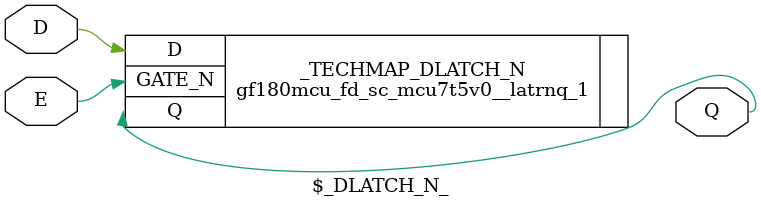
<source format=v>
module \$_DLATCH_P_ (input E, input D, output Q);
  gf180mcu_fd_sc_mcu7t5v0__latq_1 _TECHMAP_DLATCH_P (
    .D(D),
    .Q(Q),
    .GATE(E)
  );
endmodule

module \$_DLATCH_N_ (input E, input D, output Q);
  gf180mcu_fd_sc_mcu7t5v0__latrnq_1 _TECHMAP_DLATCH_N (
    .D(D),
    .Q(Q),
    .GATE_N(E)
  );
endmodule

</source>
